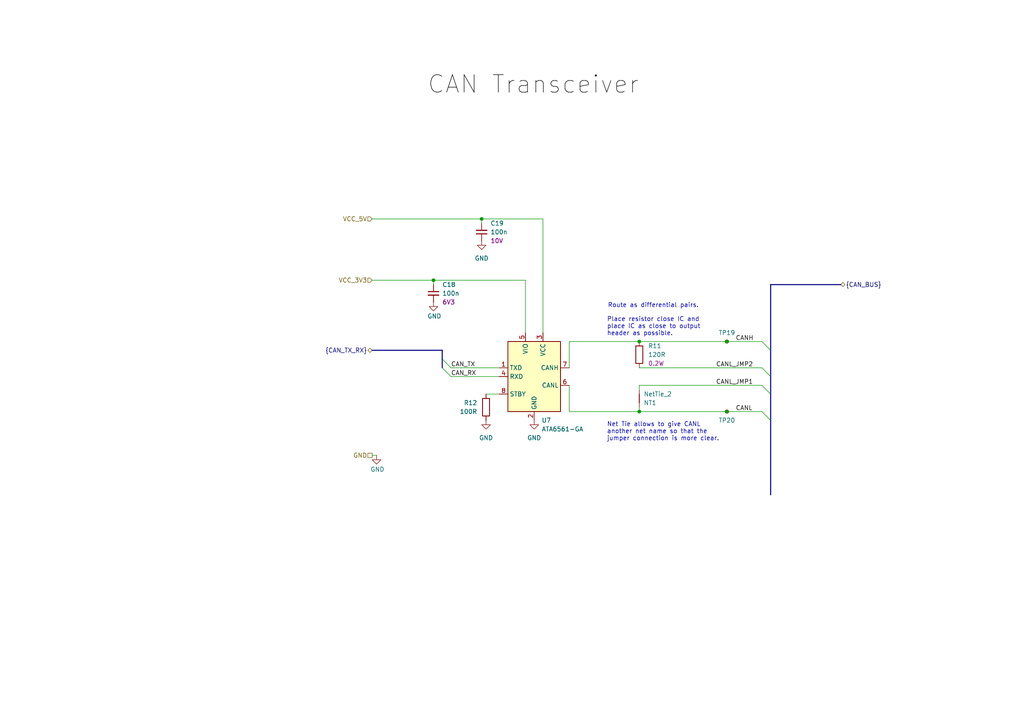
<source format=kicad_sch>
(kicad_sch (version 20250114) (generator "eeschema") (generator_version "9.0")
  (paper "A4")
  (title_block (title "MAGE-CANBOB-002") (date "2025-05-14") (rev "1") (comment 1 "Yiannis Michael") (comment 2 "2025-05-14") (comment 3 "Chris Thomas") (comment 4 "2025-06-02"))
  (lib_symbols
    (symbol "Connector:TestPoint_Small" (pin_numbers (hide yes)) (pin_names (offset 0.762) (hide yes))
      (property "Reference" "TP" (at 0 3.81 0))
      (property "Value" "TestPoint_Small" (at 0 2.032 0))
      (symbol "TestPoint_Small_0_1"
        (circle (center 0 0) (radius 0.508))
      )
      (symbol "TestPoint_Small_1_1"
        (pin passive line (at 0 0 90) (length 0) (name "1") (number "1"))
      )
    )
    (symbol "Device:C_Small" (pin_numbers (hide yes)) (pin_names (offset 0.254) (hide yes))
      (property "Reference" "C" (at 0.254 1.778 0))
      (property "Value" "C_Small" (at 0.254 -2.032 0))
      (symbol "C_Small_0_1"
        (polyline (pts (xy -1.524 0.508) (xy 1.524 0.508)) (stroke (width 0.3048)))
        (polyline (pts (xy -1.524 -0.508) (xy 1.524 -0.508)) (stroke (width 0.3302)))
      )
      (symbol "C_Small_1_1"
        (pin passive line (at 0 2.54 270) (length 2.032) (name "~") (number "1"))
        (pin passive line (at 0 -2.54 90) (length 2.032) (name "~") (number "2"))
      )
    )
    (symbol "Device:NetTie_2" (pin_numbers (hide yes)) (pin_names (offset 0) (hide yes)) (in_bom no)
      (property "Reference" "NT" (at 0 1.27 0))
      (property "Value" "NetTie_2" (at 0 -1.27 0))
      (symbol "NetTie_2_0_1"
        (polyline (pts (xy -1.27 0) (xy 1.27 0)) (stroke (width 0.254)))
      )
      (symbol "NetTie_2_1_1"
        (pin passive line (at -2.54 0 0) (length 2.54) (name "1") (number "1"))
        (pin passive line (at 2.54 0 180) (length 2.54) (name "2") (number "2"))
      )
    )
    (symbol "Device:R" (pin_numbers (hide yes)) (pin_names (offset 0))
      (property "Reference" "R" (at 2.032 0 90))
      (property "Value" "R" (at 0 0 90))
      (symbol "R_0_1"
        (rectangle (start -1.016 -2.54) (end 1.016 2.54) (stroke (width 0.254)))
      )
      (symbol "R_1_1"
        (pin passive line (at 0 3.81 270) (length 1.27) (name "~") (number "1"))
        (pin passive line (at 0 -3.81 90) (length 1.27) (name "~") (number "2"))
      )
    )
    (symbol "Interface_CAN_LIN_MAGE:ATA6561-GA"
      (property "Reference" "U" (at -7.112 -11.176 0))
      (property "Value" "ATA6561-GA" (at 6.35 -11.176 0))
      (symbol "ATA6561-GA_0_1"
        (rectangle (start -7.62 10.16) (end 7.62 -10.16) (stroke (width 0.254)) (fill (type background)))
      )
      (symbol "ATA6561-GA_1_1"
        (pin input line (at -10.16 2.54 0) (length 2.54) (name "TXD") (number "1"))
        (pin output line (at -10.16 0 0) (length 2.54) (name "RXD") (number "4"))
        (pin input line (at -10.16 -5.08 0) (length 2.54) (name "STBY") (number "8"))
        (pin power_in line (at -2.54 12.7 270) (length 2.54) (name "VIO") (number "5"))
        (pin power_in line (at 0 -12.7 90) (length 2.54) (name "GND") (number "2"))
        (pin power_in line (at 2.54 12.7 270) (length 2.54) (name "VCC") (number "3"))
        (pin bidirectional line (at 10.16 2.54 180) (length 2.54) (name "CANH") (number "7"))
        (pin bidirectional line (at 10.16 -2.54 180) (length 2.54) (name "CANL") (number "6"))
      )
    )
    (symbol "power:GND" (power) (pin_numbers (hide yes)) (pin_names (offset 0) (hide yes))
      (property "Value" "GND" (at 0 -3.81 0))
      (symbol "GND_0_1"
        (polyline (pts (xy 0 0) (xy 0 -1.27) (xy 1.27 -1.27) (xy 0 -2.54) (xy -1.27 -1.27) (xy 0 -1.27)))
      )
      (symbol "GND_1_1"
        (pin power_in line (at 0 0 270) (length 0) (name "~") (number "1"))
      )
    )
  )
  (bus_alias "CAN_BUS" (members "CANH" "CANL" "CANL_JMP1" "CANL_JMP2"))
  (text "Net Tie allows to give CANL \nanother net name so that the \njumper connection is more clear." (at 176.022 125.222 0) (effects (font (size 1.27 1.27)) (justify left)))
  (text "CAN Transceiver" (at 154.686 24.638 0) (effects (font (size 5.08 5.08))))
  (text "Place resistor close IC and\nplace IC as close to output \nheader as possible." (at 176.022 94.742 0) (effects (font (size 1.27 1.27)) (justify left)))
  (text "Route as differential pairs." (at 189.484 88.646 0) (effects (font (size 1.27 1.27))))
  (junction (at 210.82 99.06))
  (junction (at 185.42 119.38))
  (junction (at 185.42 99.06))
  (junction (at 210.82 119.38))
  (junction (at 139.7 63.5))
  (junction (at 125.73 81.28))
  (bus_entry (at 220.98 119.38) (size 2.54 2.54))
  (bus_entry (at 220.98 99.06) (size 2.54 2.54))
  (bus_entry (at 220.98 106.68) (size 2.54 2.54))
  (bus_entry (at 220.98 111.76) (size 2.54 2.54))
  (bus_entry (at 130.81 106.68) (size -2.54 -2.54))
  (bus_entry (at 130.81 109.22) (size -2.54 -2.54))
  (wire (pts (xy 157.48 63.5) (xy 157.48 96.52)))
  (wire (pts (xy 109.22 132.08) (xy 107.95 132.08)))
  (bus (pts (xy 128.27 104.14) (xy 128.27 101.6)))
  (wire (pts (xy 152.4 81.28) (xy 152.4 96.52)))
  (wire (pts (xy 125.73 81.28) (xy 125.73 82.55)))
  (wire (pts (xy 220.98 106.68) (xy 185.42 106.68)))
  (wire (pts (xy 165.1 99.06) (xy 185.42 99.06)))
  (wire (pts (xy 139.7 63.5) (xy 139.7 64.77)))
  (bus (pts (xy 223.52 109.22) (xy 223.52 114.3)))
  (wire (pts (xy 185.42 111.76) (xy 185.42 113.03)))
  (wire (pts (xy 140.97 114.3) (xy 144.78 114.3)))
  (bus (pts (xy 223.52 121.92) (xy 223.52 143.51)))
  (wire (pts (xy 185.42 119.38) (xy 210.82 119.38)))
  (wire (pts (xy 130.81 109.22) (xy 144.78 109.22)))
  (bus (pts (xy 223.52 82.55) (xy 223.52 101.6)))
  (wire (pts (xy 210.82 119.38) (xy 220.98 119.38)))
  (wire (pts (xy 185.42 99.06) (xy 210.82 99.06)))
  (bus (pts (xy 128.27 106.68) (xy 128.27 104.14)))
  (wire (pts (xy 185.42 118.11) (xy 185.42 119.38)))
  (wire (pts (xy 139.7 63.5) (xy 157.48 63.5)))
  (bus (pts (xy 223.52 114.3) (xy 223.52 121.92)))
  (wire (pts (xy 210.82 99.06) (xy 220.98 99.06)))
  (bus (pts (xy 223.52 101.6) (xy 223.52 109.22)))
  (wire (pts (xy 125.73 81.28) (xy 152.4 81.28)))
  (wire (pts (xy 165.1 119.38) (xy 165.1 111.76)))
  (bus (pts (xy 128.27 101.6) (xy 107.95 101.6)))
  (wire (pts (xy 107.95 81.28) (xy 125.73 81.28)))
  (wire (pts (xy 165.1 99.06) (xy 165.1 106.68)))
  (wire (pts (xy 185.42 111.76) (xy 220.98 111.76)))
  (wire (pts (xy 165.1 119.38) (xy 185.42 119.38)))
  (wire (pts (xy 107.95 63.5) (xy 139.7 63.5)))
  (wire (pts (xy 130.81 106.68) (xy 144.78 106.68)))
  (bus (pts (xy 223.52 82.55) (xy 243.84 82.55)))
  (label "CANL" (at 213.36 119.38 0))
  (label "CANL_JMP1" (at 218.44 111.76 180))
  (label "CANH" (at 213.36 99.06 0))
  (label "CAN_RX" (at 130.81 109.22 0))
  (label "CANL_JMP2" (at 218.44 106.68 180))
  (label "CAN_TX" (at 130.81 106.68 0))
  (hierarchical_label "{CAN_BUS}" (shape bidirectional) (at 243.84 82.55 0))
  (hierarchical_label "GND" (shape passive) (at 107.95 132.08 180))
  (hierarchical_label "VCC_3V3" (shape input) (at 107.95 81.28 180))
  (hierarchical_label "{CAN_TX_RX}" (shape bidirectional) (at 107.95 101.6 180))
  (hierarchical_label "VCC_5V" (shape input) (at 107.95 63.5 180))
  (symbol (lib_id "Connector:TestPoint_Small") (at 210.82 99.06 0) (unit 1)
    (property "Reference" "TP19" (at 210.82 96.52 0))
    (property "Value" "TestPoint_Small" (effects (hide yes)))
    (property "Footprint" "TestPoint:TestPoint_Pad_D1.5mm" (effects (hide yes)))
    (property "Description" "test point" (effects (hide yes)))
    (property "MPN" "Generic" (effects (hide yes)))
  )
  (symbol (lib_id "Device:R") (at 140.97 118.11 0) (mirror y) (unit 1)
    (property "Reference" "R12" (at 138.43 116.8399 0) (effects (justify left)))
    (property "Value" "100R" (at 138.43 119.3799 0) (effects (justify left)))
    (property "Footprint" "Resistor_SMD:R_0603_1608Metric_Pad0.98x0.95mm_HandSolder" (effects (hide yes)))
    (property "Description" "Resistor" (effects (hide yes)))
    (property "MPN" "Generic" (effects (hide yes)))
  )
  (symbol (lib_id "Connector:TestPoint_Small") (at 210.82 119.38 180) (unit 1)
    (property "Reference" "TP20" (at 210.82 121.92 0))
    (property "Value" "TestPoint_Small" (effects (hide yes)))
    (property "Footprint" "TestPoint:TestPoint_Pad_D1.5mm" (effects (hide yes)))
    (property "Description" "test point" (effects (hide yes)))
    (property "MPN" "Generic" (effects (hide yes)))
  )
  (symbol (lib_id "power:GND") (at 139.7 69.85 0) (unit 1)
    (property "Reference" "#PWR057" (effects (hide yes)))
    (property "Value" "GND" (at 139.7 74.93 0))
    (property "Description" "Power symbol creates a global label with name \"GND\" , ground" (effects (hide yes)))
  )
  (symbol (lib_id "Device:C_Small") (at 139.7 67.31 180) (unit 1)
    (property "Reference" "C19" (at 142.24 64.7635 0) (effects (justify right)))
    (property "Value" "100n" (at 142.24 67.3035 0) (effects (justify right)))
    (property "Footprint" "Capacitor_SMD:C_0603_1608Metric_Pad1.08x0.95mm_HandSolder" (effects (hide yes)))
    (property "Description" "Unpolarized capacitor, small symbol" (effects (hide yes)))
    (property "Rating" "10V" (at 142.24 69.8435 0) (effects (justify right)))
    (property "MPN" "Generic" (effects (hide yes)))
  )
  (symbol (lib_id "power:GND") (at 109.22 132.08 0) (unit 1)
    (property "Reference" "#PWR055" (effects (hide yes)))
    (property "Value" "GND" (at 109.474 136.144 0))
    (property "Description" "Power symbol creates a global label with name \"GND\" , ground" (effects (hide yes)))
  )
  (symbol (lib_id "power:GND") (at 125.73 87.63 0) (unit 1)
    (property "Reference" "#PWR056" (effects (hide yes)))
    (property "Value" "GND" (at 125.984 91.694 0))
    (property "Description" "Power symbol creates a global label with name \"GND\" , ground" (effects (hide yes)))
  )
  (symbol (lib_id "Interface_CAN_LIN_MAGE:ATA6561-GA") (at 154.94 109.22 0) (unit 1)
    (property "Reference" "U7" (at 157.0833 121.92 0) (effects (justify left)))
    (property "Value" "ATA6561-GA" (at 157.0833 124.46 0) (effects (justify left)))
    (property "Footprint" "Package_SO:SOIC-8_3.9x4.9mm_P1.27mm" (effects (hide yes)))
    (property "Datasheet" "https://ww1.microchip.com/downloads/aemDocuments/documents/OTH/ProductDocuments/DataSheets/20005991B.pdf" (effects (hide yes)))
    (property "Description" "CAN-FD Transceiver,  5Mbps, 5V VCC, 3.3V to 5V VIO, standby mode, SOIC-8" (effects (hide yes)))
    (property "Created" "Paul Pickering 02/05/2025" (effects (hide yes)))
    (property "Checked" "Chris Thomas 06/05/2025" (effects (hide yes)))
    (property "MPN" "ATA6561-GAQW-N " (effects (hide yes)))
  )
  (symbol (lib_id "power:GND") (at 140.97 121.92 0) (unit 1)
    (property "Reference" "#PWR058" (effects (hide yes)))
    (property "Value" "GND" (at 140.97 127 0))
    (property "Description" "Power symbol creates a global label with name \"GND\" , ground" (effects (hide yes)))
  )
  (symbol (lib_id "Device:NetTie_2") (at 185.42 115.57 270) (mirror x) (unit 1) (in_bom no)
    (property "Reference" "NT1" (at 186.69 116.8401 90) (effects (justify left)))
    (property "Value" "NetTie_2" (at 186.69 114.3001 90) (effects (justify left)))
    (property "Footprint" "NetTie:NetTie-2_SMD_Pad0.5mm" (effects (hide yes)))
    (property "Description" "Net tie, 2 pins" (effects (hide yes)))
  )
  (symbol (lib_id "Device:R") (at 185.42 102.87 0) (unit 1)
    (property "Reference" "R11" (at 187.96 100.3299 0) (effects (justify left)))
    (property "Value" "120R" (at 187.96 102.8699 0) (effects (justify left)))
    (property "Footprint" "Resistor_SMD:R_1206_3216Metric_Pad1.30x1.75mm_HandSolder" (effects (hide yes)))
    (property "Description" "Resistor" (effects (hide yes)))
    (property "MPN" "RCC1206120RFKEA " (effects (hide yes)))
    (property "Rating" "0.2W" (at 187.96 105.4099 0) (effects (justify left)))
  )
  (symbol (lib_id "Device:C_Small") (at 125.73 85.09 0) (unit 1)
    (property "Reference" "C18" (at 128.27 82.5562 0) (effects (justify left)))
    (property "Value" "100n" (at 128.27 85.0962 0) (effects (justify left)))
    (property "Footprint" "Capacitor_SMD:C_0603_1608Metric_Pad1.08x0.95mm_HandSolder" (effects (hide yes)))
    (property "Description" "Unpolarized capacitor, small symbol" (effects (hide yes)))
    (property "Rating" "6V3" (at 128.27 87.6362 0) (effects (justify left)))
    (property "MPN" "Generic" (effects (hide yes)))
  )
  (symbol (lib_id "power:GND") (at 154.94 121.92 0) (unit 1)
    (property "Reference" "#PWR059" (effects (hide yes)))
    (property "Value" "GND" (at 154.94 127 0))
    (property "Description" "Power symbol creates a global label with name \"GND\" , ground" (effects (hide yes)))
  )
)
</source>
